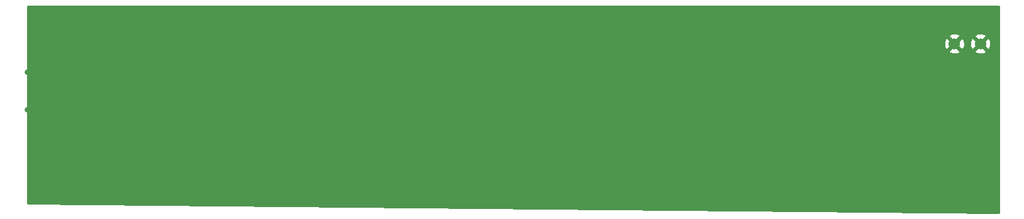
<source format=gbr>
G04 #@! TF.GenerationSoftware,KiCad,Pcbnew,5.1.2-f72e74a~84~ubuntu18.04.1*
G04 #@! TF.CreationDate,2019-11-12T15:35:39+01:00*
G04 #@! TF.ProjectId,filtre_lignes_couplees,66696c74-7265-45f6-9c69-676e65735f63,rev?*
G04 #@! TF.SameCoordinates,Original*
G04 #@! TF.FileFunction,Copper,L2,Bot*
G04 #@! TF.FilePolarity,Positive*
%FSLAX46Y46*%
G04 Gerber Fmt 4.6, Leading zero omitted, Abs format (unit mm)*
G04 Created by KiCad (PCBNEW 5.1.2-f72e74a~84~ubuntu18.04.1) date 2019-11-12 15:35:39*
%MOMM*%
%LPD*%
G04 APERTURE LIST*
%ADD10C,1.524000*%
%ADD11C,0.800000*%
%ADD12C,0.254000*%
G04 APERTURE END LIST*
D10*
X188595000Y-74295000D03*
X185095000Y-74295000D03*
D11*
X121920000Y-90900000D03*
X121285000Y-92100000D03*
X122555000Y-92100000D03*
X120750000Y-90900000D03*
X123100000Y-90900000D03*
X102800000Y-78590000D03*
X100400000Y-78590000D03*
X101600000Y-78770000D03*
X123990000Y-79450000D03*
X125820000Y-80700000D03*
X123470000Y-80200000D03*
X124625000Y-80700000D03*
X125260000Y-79450000D03*
X143610000Y-82500000D03*
X145400000Y-83700000D03*
X143100000Y-83700000D03*
X144245000Y-83700000D03*
X144880000Y-82500000D03*
X167550000Y-86650000D03*
X165200000Y-86850000D03*
X166370000Y-86650000D03*
X145215000Y-93780000D03*
X143400000Y-92480000D03*
X145800000Y-92480000D03*
X144580000Y-92480000D03*
X143945000Y-93780000D03*
X102735000Y-88680000D03*
X100930000Y-87430000D03*
X103280000Y-87900000D03*
X102100000Y-87430000D03*
X101465000Y-88680000D03*
X79375000Y-85930000D03*
X80645000Y-85930000D03*
X78850000Y-84730000D03*
X80010000Y-84730000D03*
X190500000Y-88265000D03*
X189230000Y-88265000D03*
X187960000Y-88265000D03*
X190500000Y-93345000D03*
X189230000Y-93345000D03*
X187960000Y-93345000D03*
X62865000Y-78105000D03*
X61595000Y-78105000D03*
X60325000Y-78105000D03*
X62865000Y-83185000D03*
X61595000Y-83185000D03*
X60325000Y-83185000D03*
X165735000Y-85450000D03*
X167005000Y-85450000D03*
X100965000Y-77520000D03*
X102235000Y-77520000D03*
X81200000Y-84730000D03*
D12*
G36*
X191110000Y-71087581D02*
G01*
X191110000Y-71087582D01*
X191110001Y-97123623D01*
X60350000Y-95866316D01*
X60350000Y-75260565D01*
X184309040Y-75260565D01*
X184376020Y-75500656D01*
X184625048Y-75617756D01*
X184892135Y-75684023D01*
X185167017Y-75696910D01*
X185439133Y-75655922D01*
X185698023Y-75562636D01*
X185813980Y-75500656D01*
X185880960Y-75260565D01*
X187809040Y-75260565D01*
X187876020Y-75500656D01*
X188125048Y-75617756D01*
X188392135Y-75684023D01*
X188667017Y-75696910D01*
X188939133Y-75655922D01*
X189198023Y-75562636D01*
X189313980Y-75500656D01*
X189380960Y-75260565D01*
X188595000Y-74474605D01*
X187809040Y-75260565D01*
X185880960Y-75260565D01*
X185095000Y-74474605D01*
X184309040Y-75260565D01*
X60350000Y-75260565D01*
X60350000Y-74367017D01*
X183693090Y-74367017D01*
X183734078Y-74639133D01*
X183827364Y-74898023D01*
X183889344Y-75013980D01*
X184129435Y-75080960D01*
X184915395Y-74295000D01*
X185274605Y-74295000D01*
X186060565Y-75080960D01*
X186300656Y-75013980D01*
X186417756Y-74764952D01*
X186484023Y-74497865D01*
X186490157Y-74367017D01*
X187193090Y-74367017D01*
X187234078Y-74639133D01*
X187327364Y-74898023D01*
X187389344Y-75013980D01*
X187629435Y-75080960D01*
X188415395Y-74295000D01*
X188774605Y-74295000D01*
X189560565Y-75080960D01*
X189800656Y-75013980D01*
X189917756Y-74764952D01*
X189984023Y-74497865D01*
X189996910Y-74222983D01*
X189955922Y-73950867D01*
X189862636Y-73691977D01*
X189800656Y-73576020D01*
X189560565Y-73509040D01*
X188774605Y-74295000D01*
X188415395Y-74295000D01*
X187629435Y-73509040D01*
X187389344Y-73576020D01*
X187272244Y-73825048D01*
X187205977Y-74092135D01*
X187193090Y-74367017D01*
X186490157Y-74367017D01*
X186496910Y-74222983D01*
X186455922Y-73950867D01*
X186362636Y-73691977D01*
X186300656Y-73576020D01*
X186060565Y-73509040D01*
X185274605Y-74295000D01*
X184915395Y-74295000D01*
X184129435Y-73509040D01*
X183889344Y-73576020D01*
X183772244Y-73825048D01*
X183705977Y-74092135D01*
X183693090Y-74367017D01*
X60350000Y-74367017D01*
X60350000Y-73329435D01*
X184309040Y-73329435D01*
X185095000Y-74115395D01*
X185880960Y-73329435D01*
X187809040Y-73329435D01*
X188595000Y-74115395D01*
X189380960Y-73329435D01*
X189313980Y-73089344D01*
X189064952Y-72972244D01*
X188797865Y-72905977D01*
X188522983Y-72893090D01*
X188250867Y-72934078D01*
X187991977Y-73027364D01*
X187876020Y-73089344D01*
X187809040Y-73329435D01*
X185880960Y-73329435D01*
X185813980Y-73089344D01*
X185564952Y-72972244D01*
X185297865Y-72905977D01*
X185022983Y-72893090D01*
X184750867Y-72934078D01*
X184491977Y-73027364D01*
X184376020Y-73089344D01*
X184309040Y-73329435D01*
X60350000Y-73329435D01*
X60350000Y-69240000D01*
X191110001Y-69240000D01*
X191110000Y-71087581D01*
X191110000Y-71087581D01*
G37*
X191110000Y-71087581D02*
X191110000Y-71087582D01*
X191110001Y-97123623D01*
X60350000Y-95866316D01*
X60350000Y-75260565D01*
X184309040Y-75260565D01*
X184376020Y-75500656D01*
X184625048Y-75617756D01*
X184892135Y-75684023D01*
X185167017Y-75696910D01*
X185439133Y-75655922D01*
X185698023Y-75562636D01*
X185813980Y-75500656D01*
X185880960Y-75260565D01*
X187809040Y-75260565D01*
X187876020Y-75500656D01*
X188125048Y-75617756D01*
X188392135Y-75684023D01*
X188667017Y-75696910D01*
X188939133Y-75655922D01*
X189198023Y-75562636D01*
X189313980Y-75500656D01*
X189380960Y-75260565D01*
X188595000Y-74474605D01*
X187809040Y-75260565D01*
X185880960Y-75260565D01*
X185095000Y-74474605D01*
X184309040Y-75260565D01*
X60350000Y-75260565D01*
X60350000Y-74367017D01*
X183693090Y-74367017D01*
X183734078Y-74639133D01*
X183827364Y-74898023D01*
X183889344Y-75013980D01*
X184129435Y-75080960D01*
X184915395Y-74295000D01*
X185274605Y-74295000D01*
X186060565Y-75080960D01*
X186300656Y-75013980D01*
X186417756Y-74764952D01*
X186484023Y-74497865D01*
X186490157Y-74367017D01*
X187193090Y-74367017D01*
X187234078Y-74639133D01*
X187327364Y-74898023D01*
X187389344Y-75013980D01*
X187629435Y-75080960D01*
X188415395Y-74295000D01*
X188774605Y-74295000D01*
X189560565Y-75080960D01*
X189800656Y-75013980D01*
X189917756Y-74764952D01*
X189984023Y-74497865D01*
X189996910Y-74222983D01*
X189955922Y-73950867D01*
X189862636Y-73691977D01*
X189800656Y-73576020D01*
X189560565Y-73509040D01*
X188774605Y-74295000D01*
X188415395Y-74295000D01*
X187629435Y-73509040D01*
X187389344Y-73576020D01*
X187272244Y-73825048D01*
X187205977Y-74092135D01*
X187193090Y-74367017D01*
X186490157Y-74367017D01*
X186496910Y-74222983D01*
X186455922Y-73950867D01*
X186362636Y-73691977D01*
X186300656Y-73576020D01*
X186060565Y-73509040D01*
X185274605Y-74295000D01*
X184915395Y-74295000D01*
X184129435Y-73509040D01*
X183889344Y-73576020D01*
X183772244Y-73825048D01*
X183705977Y-74092135D01*
X183693090Y-74367017D01*
X60350000Y-74367017D01*
X60350000Y-73329435D01*
X184309040Y-73329435D01*
X185095000Y-74115395D01*
X185880960Y-73329435D01*
X187809040Y-73329435D01*
X188595000Y-74115395D01*
X189380960Y-73329435D01*
X189313980Y-73089344D01*
X189064952Y-72972244D01*
X188797865Y-72905977D01*
X188522983Y-72893090D01*
X188250867Y-72934078D01*
X187991977Y-73027364D01*
X187876020Y-73089344D01*
X187809040Y-73329435D01*
X185880960Y-73329435D01*
X185813980Y-73089344D01*
X185564952Y-72972244D01*
X185297865Y-72905977D01*
X185022983Y-72893090D01*
X184750867Y-72934078D01*
X184491977Y-73027364D01*
X184376020Y-73089344D01*
X184309040Y-73329435D01*
X60350000Y-73329435D01*
X60350000Y-69240000D01*
X191110001Y-69240000D01*
X191110000Y-71087581D01*
M02*

</source>
